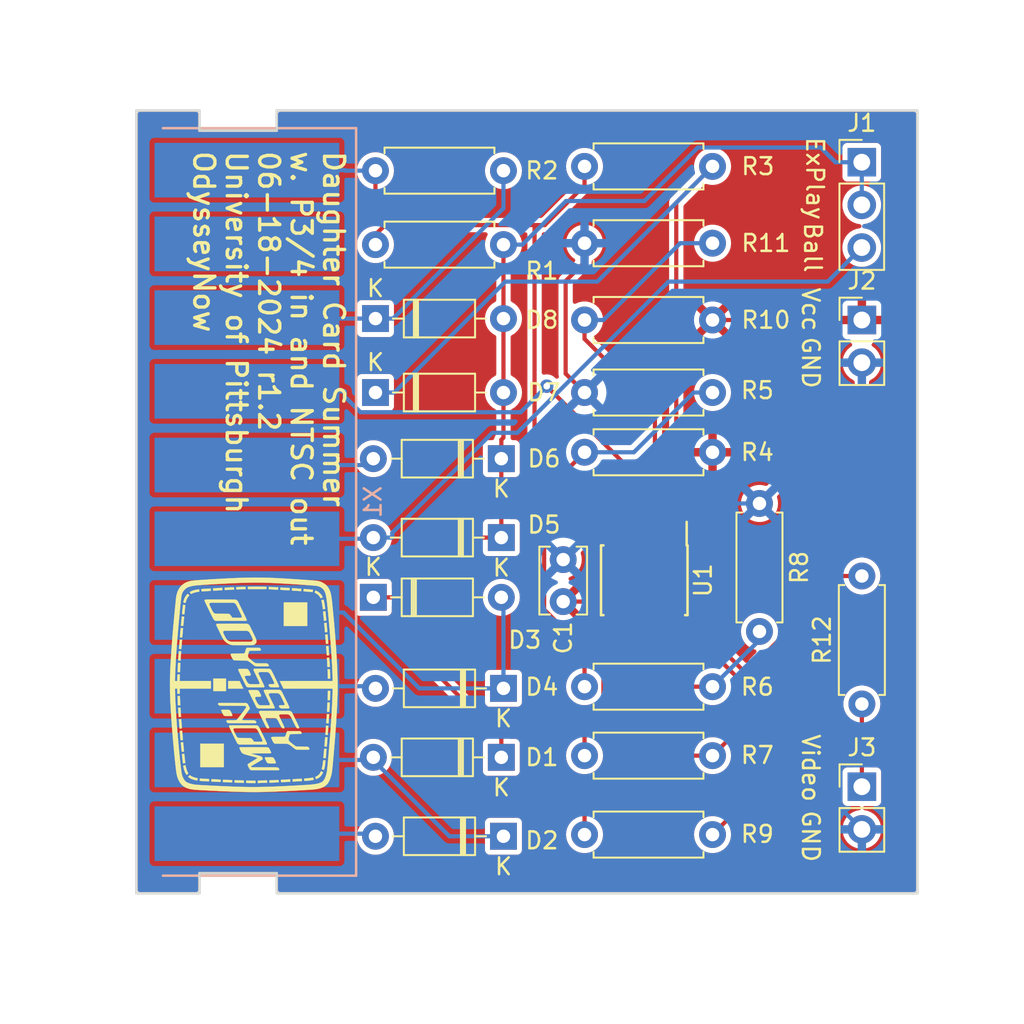
<source format=kicad_pcb>
(kicad_pcb (version 20240108) (generator "pcbnew") (generator_version "8.0")
  (title_block (title "Odyssey Daughter Card Summer") (date "2024-06-18") (rev "1.2") (company "University of Pittsburgh - OdysseyNow") (comment 1 "Levi Burner"))
  (layers (0 "F.Cu" signal) (31 "B.Cu" signal) (34 "B.Paste" user) (35 "F.Paste" user) (36 "B.SilkS" user "B.Silkscreen") (37 "F.SilkS" user "F.Silkscreen") (38 "B.Mask" user) (39 "F.Mask" user) (44 "Edge.Cuts" user))
  (net 0 "")
  (net 1 "Net-(D1-K)")
  (net 2 "/Card1")
  (net 3 "/Card2")
  (net 4 "/Card3")
  (net 5 "/Card4")
  (net 6 "/Card7")
  (net 7 "/Card8")
  (net 8 "/Card10")
  (net 9 "/Card5")
  (net 10 "/Card6")
  (net 11 "VCC")
  (net 12 "GND")
  (net 13 "Net-(D7-K)")
  (net 14 "Net-(J3-In)")
  (net 15 "Net-(R4-Pad1)")
  (net 16 "Net-(U1B-+)")
  (net 17 "Net-(U1B--)")
  (net 18 "Net-(R12-Pad2)")
  (net 19 "Net-(U1A--)")
  (net 20 "/Card9")
  (footprint "Odyssey_Daughter_Card:Odyssey_Daughter_Card" (layer "F.Cu") (at 129 101)
    (property "Reference" "X1" (at 7.5 0 90) (layer "B.SilkS") (effects (justify mirror)))
    (property "Value" "OdysseyDaughterCard")
    (pad "1" smd rect (at 0 19.749992) (size 11 3.25) (layers "B.Cu" "B.Mask") (net 2 "/Card1"))
    (pad "2" smd rect (at 0 15.361104) (size 11 3.25) (layers "B.Cu" "B.Mask") (net 3 "/Card2"))
    (pad "3" smd rect (at 0 10.972216) (size 11 3.25) (layers "B.Cu" "B.Mask") (net 4 "/Card3"))
    (pad "4" smd rect (at 0 6.583328) (size 11 3.25) (layers "B.Cu" "B.Mask") (net 5 "/Card4"))
    (pad "5" smd rect (at 0 2.19444) (size 11 3.25) (layers "B.Cu" "B.Mask") (net 9 "/Card5"))
    (pad "6" smd rect (at 0 -2.194448) (size 11 3.25) (layers "B.Cu" "B.Mask") (net 10 "/Card6"))
    (pad "7" smd rect (at 0 -6.583336) (size 11 3.25) (layers "B.Cu" "B.Mask") (net 6 "/Card7"))
    (pad "8" smd rect (at 0 -10.972224) (size 11 3.25) (layers "B.Cu" "B.Mask") (net 7 "/Card8"))
    (pad "9" smd rect (at 0 -15.361112) (size 11 3.25) (layers "B.Cu" "B.Mask") (net 20 "/Card9"))
    (pad "10" smd rect (at 0 -19.75) (size 11 3.25) (layers "B.Cu" "B.Mask") (net 8 "/Card10"))
  )
  (footprint "Diode_THT:D_DO-35_SOD27_P7.62mm_Horizontal" (layer "F.Cu") (at 144.145 116.205 180)
    (property "Reference" "D1" (at -2.413 0 180) (layer "F.SilkS"))
    (property "Value" "1N4448")
    (fp_text user "K" (at 0 -1.8 180) (layer "F.SilkS"))
    (pad "1" thru_hole rect (at 0 0 180) (size 1.6 1.6) (drill 0.8) (layers "*.Cu" "*.Mask") (net 1 "Net-(D1-K)"))
    (pad "2" thru_hole oval (at 7.62 0 180) (size 1.6 1.6) (drill 0.8) (layers "*.Cu" "*.Mask") (net 3 "/Card2"))
  )
  (footprint "Diode_THT:D_DO-35_SOD27_P7.62mm_Horizontal" (layer "F.Cu") (at 144.272 120.904 180)
    (property "Reference" "D2" (at -2.286 -0.254006 180) (layer "F.SilkS"))
    (property "Value" "BAT83S")
    (fp_text user "K" (at 0 -1.8 180) (layer "F.SilkS"))
    (pad "1" thru_hole rect (at 0 0 180) (size 1.6 1.6) (drill 0.8) (layers "*.Cu" "*.Mask") (net 3 "/Card2"))
    (pad "2" thru_hole oval (at 7.62 0 180) (size 1.6 1.6) (drill 0.8) (layers "*.Cu" "*.Mask") (net 2 "/Card1"))
  )
  (footprint "Diode_THT:D_DO-35_SOD27_P7.62mm_Horizontal" (layer "F.Cu") (at 136.525 106.68)
    (property "Reference" "D3" (at 9.017 2.54 0) (layer "F.SilkS"))
    (property "Value" "1N4448")
    (fp_text user "K" (at 0 -1.8 0) (layer "F.SilkS"))
    (pad "1" thru_hole rect (at 0 0) (size 1.6 1.6) (drill 0.8) (layers "*.Cu" "*.Mask") (net 1 "Net-(D1-K)"))
    (pad "2" thru_hole oval (at 7.62 0) (size 1.6 1.6) (drill 0.8) (layers "*.Cu" "*.Mask") (net 5 "/Card4"))
  )
  (footprint "Diode_THT:D_DO-35_SOD27_P7.62mm_Horizontal" (layer "F.Cu") (at 144.272 112.099 180)
    (property "Reference" "D4" (at -2.286 0.084662 180) (layer "F.SilkS"))
    (property "Value" "BAT83S")
    (fp_text user "K" (at 0 -1.8 180) (layer "F.SilkS"))
    (pad "1" thru_hole rect (at 0 0 180) (size 1.6 1.6) (drill 0.8) (layers "*.Cu" "*.Mask") (net 5 "/Card4"))
    (pad "2" thru_hole oval (at 7.62 0 180) (size 1.6 1.6) (drill 0.8) (layers "*.Cu" "*.Mask") (net 4 "/Card3"))
  )
  (footprint "Diode_THT:D_DO-35_SOD27_P7.62mm_Horizontal" (layer "F.Cu") (at 144.145 103.124 180)
    (property "Reference" "D5" (at -2.54 0.762 180) (layer "F.SilkS"))
    (property "Value" "1N4448")
    (fp_text user "K" (at 0 -1.8 180) (layer "F.SilkS"))
    (pad "1" thru_hole rect (at 0 0 180) (size 1.6 1.6) (drill 0.8) (layers "*.Cu" "*.Mask") (net 1 "Net-(D1-K)"))
    (pad "2" thru_hole oval (at 7.62 0 180) (size 1.6 1.6) (drill 0.8) (layers "*.Cu" "*.Mask") (net 9 "/Card5"))
  )
  (footprint "Diode_THT:D_DO-35_SOD27_P7.62mm_Horizontal" (layer "F.Cu") (at 144.145 98.425 180)
    (property "Reference" "D6" (at -2.54 0 180) (layer "F.SilkS"))
    (property "Value" "1N4448")
    (fp_text user "K" (at 0 -1.8 180) (layer "F.SilkS"))
    (pad "1" thru_hole rect (at 0 0 180) (size 1.6 1.6) (drill 0.8) (layers "*.Cu" "*.Mask") (net 1 "Net-(D1-K)"))
    (pad "2" thru_hole oval (at 7.62 0 180) (size 1.6 1.6) (drill 0.8) (layers "*.Cu" "*.Mask") (net 10 "/Card6"))
  )
  (footprint "Diode_THT:D_DO-35_SOD27_P7.62mm_Horizontal" (layer "F.Cu") (at 136.652 94.488)
    (property "Reference" "D7" (at 10.033 0.000002 0) (layer "F.SilkS"))
    (property "Value" "1N4448")
    (fp_text user "K" (at 0 -1.8 0) (layer "F.SilkS"))
    (pad "1" thru_hole rect (at 0 0) (size 1.6 1.6) (drill 0.8) (layers "*.Cu" "*.Mask") (net 13 "Net-(D7-K)"))
    (pad "2" thru_hole oval (at 7.62 0) (size 1.6 1.6) (drill 0.8) (layers "*.Cu" "*.Mask") (net 1 "Net-(D1-K)"))
  )
  (footprint "Diode_THT:D_DO-35_SOD27_P7.62mm_Horizontal" (layer "F.Cu") (at 136.652 90.0853)
    (property "Reference" "D8" (at 9.906 0.084668 0) (layer "F.SilkS"))
    (property "Value" "1N4448")
    (fp_text user "K" (at 0 -1.8 0) (layer "F.SilkS"))
    (pad "1" thru_hole rect (at 0 0) (size 1.6 1.6) (drill 0.8) (layers "*.Cu" "*.Mask") (net 7 "/Card8"))
    (pad "2" thru_hole oval (at 7.62 0) (size 1.6 1.6) (drill 0.8) (layers "*.Cu" "*.Mask") (net 1 "Net-(D1-K)"))
  )
  (footprint "Resistor_THT:R_Axial_DIN0207_L6.3mm_D2.5mm_P7.62mm_Horizontal" (layer "F.Cu") (at 136.652 85.6827)
    (property "Reference" "R1" (at 9.906 1.566334 0) (layer "F.SilkS"))
    (property "Value" "820")
    (pad "1" thru_hole circle (at 0 0) (size 1.6 1.6) (drill 0.8) (layers "*.Cu" "*.Mask") (net 8 "/Card10"))
    (pad "2" thru_hole oval (at 7.62 0) (size 1.6 1.6) (drill 0.8) (layers "*.Cu" "*.Mask") (net 1 "Net-(D1-K)"))
  )
  (footprint "Resistor_THT:R_Axial_DIN0207_L6.3mm_D2.5mm_P7.62mm_Horizontal" (layer "F.Cu") (at 144.272 81.28 180)
    (property "Reference" "R2" (at -2.286 0 180) (layer "F.SilkS"))
    (property "Value" "27k")
    (pad "1" thru_hole circle (at 0 0 180) (size 1.6 1.6) (drill 0.8) (layers "*.Cu" "*.Mask") (net 7 "/Card8"))
    (pad "2" thru_hole oval (at 7.62 0 180) (size 1.6 1.6) (drill 0.8) (layers "*.Cu" "*.Mask") (net 8 "/Card10"))
  )
  (footprint "Resistor_THT:R_Axial_DIN0207_L6.3mm_D2.5mm_P7.62mm_Horizontal" (layer "F.Cu") (at 156.718 81.026 180)
    (property "Reference" "R3" (at -2.698809 0 180) (layer "F.SilkS"))
    (property "Value" "18k")
    (pad "1" thru_hole circle (at 0 0 180) (size 1.6 1.6) (drill 0.8) (layers "*.Cu" "*.Mask") (net 13 "Net-(D7-K)"))
    (pad "2" thru_hole oval (at 7.62 0 180) (size 1.6 1.6) (drill 0.8) (layers "*.Cu" "*.Mask") (net 8 "/Card10"))
  )
  (footprint "Capacitor_THT:C_Disc_D3.8mm_W2.6mm_P2.50mm" (layer "F.Cu") (at 147.828 106.934 90)
    (property "Reference" "C1" (at -2.159 0 90) (layer "F.SilkS"))
    (property "Value" "0.1u")
    (pad "1" thru_hole circle (at 0 0 90) (size 1.6 1.6) (drill 0.8) (layers "*.Cu" "*.Mask") (net 11 "VCC"))
    (pad "2" thru_hole circle (at 2.5 0 90) (size 1.6 1.6) (drill 0.8) (layers "*.Cu" "*.Mask") (net 12 "GND"))
  )
  (footprint "Connector_PinHeader_2.54mm:PinHeader_1x02_P2.54mm_Vertical" (layer "F.Cu") (at 165.608 90.17)
    (property "Reference" "J2" (at 0 -2.33 0) (layer "F.SilkS"))
    (property "Value" "Conn_01x02")
    (pad "1" thru_hole rect (at 0 0) (size 1.7 1.7) (drill 1) (layers "*.Cu" "*.Mask") (net 11 "VCC"))
    (pad "2" thru_hole oval (at 0 2.54) (size 1.7 1.7) (drill 1) (layers "*.Cu" "*.Mask") (net 12 "GND"))
  )
  (footprint "Resistor_THT:R_Axial_DIN0207_L6.3mm_D2.5mm_P7.62mm_Horizontal" (layer "F.Cu") (at 149.098 98.044)
    (property "Reference" "R4" (at 10.287 0 0) (layer "F.SilkS"))
    (property "Value" "4.7k")
    (pad "1" thru_hole circle (at 0 0) (size 1.6 1.6) (drill 0.8) (layers "*.Cu" "*.Mask") (net 15 "Net-(R4-Pad1)"))
    (pad "2" thru_hole oval (at 7.62 0) (size 1.6 1.6) (drill 0.8) (layers "*.Cu" "*.Mask") (net 11 "VCC"))
  )
  (footprint "Resistor_THT:R_Axial_DIN0207_L6.3mm_D2.5mm_P7.62mm_Horizontal" (layer "F.Cu") (at 149.098 94.488)
    (property "Reference" "R5" (at 10.287 -0.127 0) (layer "F.SilkS"))
    (property "Value" "820")
    (pad "1" thru_hole circle (at 0 0) (size 1.6 1.6) (drill 0.8) (layers "*.Cu" "*.Mask") (net 12 "GND"))
    (pad "2" thru_hole oval (at 7.62 0) (size 1.6 1.6) (drill 0.8) (layers "*.Cu" "*.Mask") (net 15 "Net-(R4-Pad1)"))
  )
  (footprint "Resistor_THT:R_Axial_DIN0207_L6.3mm_D2.5mm_P7.62mm_Horizontal" (layer "F.Cu") (at 156.718 111.999 180)
    (property "Reference" "R6" (at -2.667 -0.015 180) (layer "F.SilkS"))
    (property "Value" "33k")
    (pad "1" thru_hole circle (at 0 0 180) (size 1.6 1.6) (drill 0.8) (layers "*.Cu" "*.Mask") (net 16 "Net-(U1B-+)"))
    (pad "2" thru_hole oval (at 7.62 0 180) (size 1.6 1.6) (drill 0.8) (layers "*.Cu" "*.Mask") (net 8 "/Card10"))
  )
  (footprint "Resistor_THT:R_Axial_DIN0207_L6.3mm_D2.5mm_P7.62mm_Horizontal" (layer "F.Cu") (at 156.718 116.105 180)
    (property "Reference" "R7" (at -2.667 0.027 180) (layer "F.SilkS"))
    (property "Value" "33k")
    (pad "1" thru_hole circle (at 0 0 180) (size 1.6 1.6) (drill 0.8) (layers "*.Cu" "*.Mask") (net 17 "Net-(U1B--)"))
    (pad "2" thru_hole oval (at 7.62 0 180) (size 1.6 1.6) (drill 0.8) (layers "*.Cu" "*.Mask") (net 15 "Net-(R4-Pad1)"))
  )
  (footprint "Resistor_THT:R_Axial_DIN0207_L6.3mm_D2.5mm_P7.62mm_Horizontal" (layer "F.Cu") (at 159.512 101.092 -90)
    (property "Reference" "R8" (at 3.81 -2.37 -90) (layer "F.SilkS"))
    (property "Value" "100k")
    (pad "1" thru_hole circle (at 0 0 270) (size 1.6 1.6) (drill 0.8) (layers "*.Cu" "*.Mask") (net 12 "GND"))
    (pad "2" thru_hole oval (at 7.62 0 270) (size 1.6 1.6) (drill 0.8) (layers "*.Cu" "*.Mask") (net 16 "Net-(U1B-+)"))
  )
  (footprint "Resistor_THT:R_Axial_DIN0207_L6.3mm_D2.5mm_P7.62mm_Horizontal" (layer "F.Cu") (at 156.718 120.804 180)
    (property "Reference" "R9" (at -2.667 0.027 180) (layer "F.SilkS"))
    (property "Value" "100k")
    (pad "1" thru_hole circle (at 0 0 180) (size 1.6 1.6) (drill 0.8) (layers "*.Cu" "*.Mask") (net 18 "Net-(R12-Pad2)"))
    (pad "2" thru_hole oval (at 7.62 0 180) (size 1.6 1.6) (drill 0.8) (layers "*.Cu" "*.Mask") (net 17 "Net-(U1B--)"))
  )
  (footprint "Resistor_THT:R_Axial_DIN0207_L6.3mm_D2.5mm_P7.62mm_Horizontal" (layer "F.Cu") (at 156.718 90.17 180)
    (property "Reference" "R10" (at -3.175 0 180) (layer "F.SilkS"))
    (property "Value" "4.7k")
    (pad "1" thru_hole circle (at 0 0 180) (size 1.6 1.6) (drill 0.8) (layers "*.Cu" "*.Mask") (net 11 "VCC"))
    (pad "2" thru_hole oval (at 7.62 0 180) (size 1.6 1.6) (drill 0.8) (layers "*.Cu" "*.Mask") (net 19 "Net-(U1A--)"))
  )
  (footprint "Resistor_THT:R_Axial_DIN0207_L6.3mm_D2.5mm_P7.62mm_Horizontal" (layer "F.Cu") (at 156.718 85.598 180)
    (property "Reference" "R11" (at -3.175 0 180) (layer "F.SilkS"))
    (property "Value" "1k")
    (pad "1" thru_hole circle (at 0 0 180) (size 1.6 1.6) (drill 0.8) (layers "*.Cu" "*.Mask") (net 19 "Net-(U1A--)"))
    (pad "2" thru_hole oval (at 7.62 0 180) (size 1.6 1.6) (drill 0.8) (layers "*.Cu" "*.Mask") (net 12 "GND"))
  )
  (footprint "Resistor_THT:R_Axial_DIN0207_L6.3mm_D2.5mm_P7.62mm_Horizontal" (layer "F.Cu") (at 165.608 113.03 90)
    (property "Reference" "R12" (at 3.81 -2.37 90) (layer "F.SilkS"))
    (property "Value" "75")
    (pad "1" thru_hole circle (at 0 0 90) (size 1.6 1.6) (drill 0.8) (layers "*.Cu" "*.Mask") (net 14 "Net-(J3-In)"))
    (pad "2" thru_hole oval (at 7.62 0 90) (size 1.6 1.6) (drill 0.8) (layers "*.Cu" "*.Mask") (net 18 "Net-(R12-Pad2)"))
  )
  (footprint "Package_SO:SOIC-8_3.9x4.9mm_P1.27mm" (layer "F.Cu") (at 152.654 105.664 -90)
    (property "Reference" "U1" (at 0 -3.5 -90) (layer "F.SilkS"))
    (property "Value" "TLV3542")
    (pad "1" smd rect (at -2.7 -1.905 270) (size 1.55 0.6) (layers "F.Cu" "F.Paste" "F.Mask") (net 13 "Net-(D7-K)"))
    (pad "2" smd rect (at -2.7 -0.635 270) (size 1.55 0.6) (layers "F.Cu" "F.Paste" "F.Mask") (net 19 "Net-(U1A--)"))
    (pad "3" smd rect (at -2.7 0.635 270) (size 1.55 0.6) (layers "F.Cu" "F.Paste" "F.Mask") (net 6 "/Card7"))
    (pad "4" smd rect (at -2.7 1.905 270) (size 1.55 0.6) (layers "F.Cu" "F.Paste" "F.Mask") (net 12 "GND"))
    (pad "5" smd rect (at 2.7 1.905 270) (size 1.55 0.6) (layers "F.Cu" "F.Paste" "F.Mask") (net 16 "Net-(U1B-+)"))
    (pad "6" smd rect (at 2.7 0.635 270) (size 1.55 0.6) (layers "F.Cu" "F.Paste" "F.Mask") (net 17 "Net-(U1B--)"))
    (pad "7" smd rect (at 2.7 -0.635 270) (size 1.55 0.6) (layers "F.Cu" "F.Paste" "F.Mask") (net 18 "Net-(R12-Pad2)"))
    (pad "8" smd rect (at 2.7 -1.905 270) (size 1.55 0.6) (layers "F.Cu" "F.Paste" "F.Mask") (net 11 "VCC"))
  )
  (footprint "Connector_PinHeader_2.54mm:PinHeader_1x02_P2.54mm_Vertical" (layer "F.Cu") (at 165.608 117.954)
    (property "Reference" "J3" (at 0 -2.33 0) (layer "F.SilkS"))
    (property "Value" "Conn_Coaxial")
    (pad "1" thru_hole rect (at 0 0) (size 1.7 1.7) (drill 1) (layers "*.Cu" "*.Mask") (net 14 "Net-(J3-In)"))
    (pad "2" thru_hole oval (at 0 2.54) (size 1.7 1.7) (drill 1) (layers "*.Cu" "*.Mask") (net 12 "GND"))
  )
  (footprint "Connector_PinHeader_2.54mm:PinHeader_1x03_P2.54mm_Vertical" (layer "F.Cu") (at 165.60292 80.77708)
    (property "Reference" "J1" (at 0 -2.33 0) (layer "F.SilkS"))
    (property "Value" "Conn_01x03")
    (pad "1" thru_hole rect (at 0 0) (size 1.7 1.7) (drill 1) (layers "*.Cu" "*.Mask") (net 1 "Net-(D1-K)"))
    (pad "2" thru_hole oval (at 0 2.54) (size 1.7 1.7) (drill 1) (layers "*.Cu" "*.Mask") (net 1 "Net-(D1-K)"))
    (pad "3" thru_hole oval (at 0 5.08) (size 1.7 1.7) (drill 1) (layers "*.Cu" "*.Mask") (net 9 "/Card5"))
  )
  (footprint "Odyssey_Daughter_Card:OdysseyNowLogo" (layer "F.Cu") (at 130.175 111.633 -90)
    (property "Reference" "X2" (hide yes))
    (property "Value" "OdysseyNow_Logo" (hide yes))
  )
  (gr_line (start 126.175 78.9) (end 126.175 77.7) (stroke (width 0.15)) (layer "Edge.Cuts"))
  (gr_line (start 126.175 124.3) (end 126.175 123.1) (stroke (width 0.15)) (layer "Edge.Cuts"))
  (gr_line (start 130.775 124.3) (end 168.91 124.3) (stroke (width 0.15)) (layer "Edge.Cuts"))
  (gr_line (start 168.91 77.7) (end 130.775 77.7) (stroke (width 0.15)) (layer "Edge.Cuts"))
  (gr_line (start 122.425 124.3) (end 122.425 77.7) (stroke (width 0.15)) (layer "Edge.Cuts"))
  (gr_line (start 130.775 77.7) (end 130.775 78.9) (stroke (width 0.15)) (layer "Edge.Cuts"))
  (gr_line (start 126.175 123.1) (end 130.775 123.1) (stroke (width 0.15)) (layer "Edge.Cuts"))
  (gr_line (start 126.175 77.7) (end 122.425 77.7) (stroke (width 0.15)) (layer "Edge.Cuts"))
  (gr_line (start 130.775 123.1) (end 130.775 124.3) (stroke (width 0.15)) (layer "Edge.Cuts"))
  (gr_line (start 168.91 77.7) (end 168.91 124.3) (stroke (width 0.15)) (layer "Edge.Cuts"))
  (gr_line (start 130.775 78.9) (end 126.175 78.9) (stroke (width 0.15)) (layer "Edge.Cuts"))
  (gr_line (start 122.425 124.3) (end 126.175 124.3) (stroke (width 0.15)) (layer "Edge.Cuts"))
  (gr_text "Ball" (at 162.687 85.85708 270) (layer "F.SilkS") (effects (font (size 1 1))))
  (gr_text "GND" (at 162.56 92.71 270) (layer "F.SilkS") (effects (font (size 1 1))))
  (gr_text "GND" (at 162.56 120.904 270) (layer "F.SilkS") (effects (font (size 1 1))))
  (gr_text "Video" (at 162.56 116.84 270) (layer "F.SilkS") (effects (font (size 1 1))))
  (gr_text "ExPlay" (at 162.814 81.74736 270) (layer "F.SilkS") (effects (font (size 1 1))))
  (gr_text "Daughter Card Summer\nw. P3/4 in and NTSC out\n06-18-2024 r1.2\nUniversity of Pittsburgh\nOdysseyNow" (at 130.302 80.01 270) (layer "F.SilkS") (effects (font (size 1.2 1.2) (thickness 0.2)) (justify left)))
  (gr_text "Vcc" (at 162.56 89.535 270) (layer "F.SilkS") (effects (font (size 1 1))))
  (segment (start 139.4283 106.68) (end 137.6503 106.68) (width 0.25) (layer "F.Cu") (net 1))
  (segment (start 139.4283 110.363) (end 144.145 115.0797) (width 0.25) (layer "F.Cu") (net 1))
  (segment (start 136.525 106.68) (end 137.6503 106.68) (width 0.25) (layer "F.Cu") (net 1))
  (segment (start 144.145 98.425) (end 144.145 103.124) (width 0.25) (layer "F.Cu") (net 1))
  (segment (start 144.272 85.6827) (end 144.272 90.0853) (width 0.25) (layer "F.Cu") (net 1))
  (segment (start 144.145 98.425) (end 144.145 97.2997) (width 0.25) (layer "F.Cu") (net 1))
  (segment (start 139.4283 106.68) (end 139.4283 110.363) (width 0.25) (layer "F.Cu") (net 1))
  (segment (start 144.145 116.205) (end 144.145 115.0797) (width 0.25) (layer "F.Cu") (net 1))
  (segment (start 144.145 103.124) (end 142.9843 103.124) (width 0.25) (layer "F.Cu") (net 1))
  (segment (start 142.9843 103.124) (end 139.4283 106.68) (width 0.25) (layer "F.Cu") (net 1))
  (segment (start 144.272 97.1727) (end 144.145 97.2997) (width 0.25) (layer "F.Cu") (net 1))
  (segment (start 144.272 94.488) (end 144.272 97.1727) (width 0.25) (layer "F.Cu") (net 1))
  (segment (start 144.272 94.488) (end 144.272 90.0853) (width 0.25) (layer "F.Cu") (net 1))
  (segment (start 163.1567 79.9) (end 164.03378 80.77708) (width 0.25) (layer "B.Cu") (net 1))
  (segment (start 155.8468 79.9) (end 163.1567 79.9) (width 0.25) (layer "B.Cu") (net 1))
  (segment (start 145.3973 85.6827) (end 147.9933 83.0867) (width 0.25) (layer "B.Cu") (net 1))
  (segment (start 144.272 85.6827) (end 145.3973 85.6827) (width 0.25) (layer "B.Cu") (net 1))
  (segment (start 165.60292 80.77708) (end 165.60292 81.87708) (width 0.25) (layer "B.Cu") (net 1))
  (segment (start 165.60292 81.87708) (end 165.60292 83.31708) (width 0.25) (layer "B.Cu") (net 1))
  (segment (start 164.03378 80.77708) (end 165.60292 80.77708) (width 0.25) (layer "B.Cu") (net 1))
  (segment (start 147.9933 83.0867) (end 152.6601 83.0867) (width 0.25) (layer "B.Cu") (net 1))
  (segment (start 152.6601 83.0867) (end 155.8468 79.9) (width 0.25) (layer "B.Cu") (net 1))
  (segment (start 129 120.75) (end 136.498 120.75) (width 0.25) (layer "B.Cu") (net 2))
  (segment (start 136.498 120.75) (end 136.652 120.904) (width 0.25) (layer "B.Cu") (net 2))
  (segment (start 141.055 120.904) (end 144.272 120.904) (width 0.25) (layer "B.Cu") (net 3))
  (segment (start 129.0001 116.361) (end 129 116.3611) (width 0.25) (layer "B.Cu") (net 3))
  (segment (start 136.512 116.361) (end 141.055 120.904) (width 0.25) (layer "B.Cu") (net 3))
  (segment (start 129 116.361) (end 129.0001 116.361) (width 0.25) (layer "B.Cu") (net 3))
  (segment (start 136.525 116.205) (end 136.512 116.218) (width 0.25) (layer "B.Cu") (net 3))
  (segment (start 129.0001 116.361) (end 136.512 116.361) (width 0.25) (layer "B.Cu") (net 3))
  (segment (start 136.512 116.218) (end 136.512 116.361) (width 0.25) (layer "B.Cu") (net 3))
  (segment (start 129 111.972) (end 129.0002 111.972) (width 0.25) (layer "B.Cu") (net 4))
  (segment (start 129.0002 111.972) (end 129 111.9722) (width 0.25) (layer "B.Cu") (net 4))
  (segment (start 129.0002 111.972) (end 136.526 111.972) (width 0.25) (layer "B.Cu") (net 4))
  (segment (start 136.526 111.972) (end 136.652 112.099) (width 0.25) (layer "B.Cu") (net 4))
  (segment (start 144.272 112.099) (end 144.272 106.807) (width 0.25) (layer "B.Cu") (net 5))
  (segment (start 129.0003 107.583) (end 129 107.5833) (width 0.25) (layer "B.Cu") (net 5))
  (segment (start 134.75 107.583) (end 129.0003 107.583) (width 0.25) (layer "B.Cu") (net 5))
  (segment (start 139.265 112.099) (end 134.75 107.583) (width 0.25) (layer "B.Cu") (net 5))
  (segment (start 144.272 112.099) (end 139.265 112.099) (width 0.25) (layer "B.Cu") (net 5))
  (segment (start 144.272 106.807) (end 144.145 106.68) (width 0.25) (layer "B.Cu") (net 5))
  (segment (start 129.0003 107.583) (end 129 107.583) (width 0.25) (layer "B.Cu") (net 5))
  (segment (start 152.019 102.964) (end 152.019 99.281) (width 0.25) (layer "F.Cu") (net 6))
  (segment (start 152.019 99.281) (end 146.8482 94.1102) (width 0.25) (layer "F.Cu") (net 6))
  (via (at 146.8482 94.1102) (size 0.8) (drill 0.4) (layers "F.Cu" "B.Cu") (net 6))
  (segment (start 134.8253 94.7275) (end 134.8253 94.4167) (width 0.25) (layer "B.Cu") (net 6))
  (segment (start 135.7572 95.6594) (end 134.8253 94.7275) (width 0.25) (layer "B.Cu") (net 6))
  (segment (start 146.8482 94.1102) (end 145.299 95.6594) (width 0.25) (layer "B.Cu") (net 6))
  (segment (start 145.299 95.6594) (end 135.7572 95.6594) (width 0.25) (layer "B.Cu") (net 6))
  (segment (start 129 94.4167) (end 134.8253 94.4167) (width 0.25) (layer "B.Cu") (net 6))
  (segment (start 136.652 90.0853) (end 129.058 90.0853) (width 0.25) (layer "B.Cu") (net 7))
  (segment (start 129.058 90.0853) (end 129 90.0278) (width 0.25) (layer "B.Cu") (net 7))
  (segment (start 144.272 83.5153) (end 137.702 90.0853) (width 0.25) (layer "B.Cu") (net 7))
  (segment (start 137.702 90.0853) (end 136.652 90.0853) (width 0.25) (layer "B.Cu") (net 7))
  (segment (start 144.272 81.28) (end 144.272 83.5153) (width 0.25) (layer "B.Cu") (net 7))
  (segment (start 137.3516 84.5196) (end 137.8151 84.5196) (width 0.25) (layer "F.Cu") (net 8))
  (segment (start 146.1229 107.8986) (end 149.098 110.8737) (width 0.25) (layer "F.Cu") (net 8))
  (segment (start 136.652 85.09) (end 136.652 85.6827) (width 0.25) (layer "F.Cu") (net 8))
  (segment (start 146.1229 84.5196) (end 137.8151 84.5196) (width 0.25) (layer "F.Cu") (net 8))
  (segment (start 137.2224 84.5196) (end 136.652 85.09) (width 0.25) (layer "F.Cu") (net 8))
  (segment (start 146.1229 84.5196) (end 146.1229 107.8986) (width 0.25) (layer "F.Cu") (net 8))
  (segment (start 136.652 83.82) (end 137.3516 84.5196) (width 0.25) (layer "F.Cu") (net 8))
  (segment (start 149.098 81.026) (end 149.098 82.1513) (width 0.25) (layer "F.Cu") (net 8))
  (segment (start 146.7297 84.5196) (end 146.1229 84.5196) (width 0.25) (layer "F.Cu") (net 8))
  (segment (start 137.8151 84.5196) (end 137.2224 84.5196) (width 0.25) (layer "F.Cu") (net 8))
  (segment (start 149.098 111.999) (end 149.098 110.8737) (width 0.25) (layer "F.Cu") (net 8))
  (segment (start 149.098 82.1513) (end 146.7297 84.5196) (width 0.25) (layer "F.Cu") (net 8))
  (segment (start 136.652 81.28) (end 136.652 83.82) (width 0.25) (layer "F.Cu") (net 8))
  (segment (start 134.8553 81.28) (end 134.8253 81.25) (width 0.25) (layer "B.Cu") (net 8))
  (segment (start 136.652 81.28) (end 134.8553 81.28) (width 0.25) (layer "B.Cu") (net 8))
  (segment (start 129 81.25) (end 134.8253 81.25) (width 0.25) (layer "B.Cu") (net 8))
  (segment (start 137.6503 102.8427) (end 143.6074 96.8856) (width 0.25) (layer "B.Cu") (net 9))
  (segment (start 136.553 103.194) (end 136.525 103.166) (width 0.25) (layer "B.Cu") (net 9))
  (segment (start 145.0986 96.8856) (end 154.1002 87.884) (width 0.25) (layer "B.Cu") (net 9))
  (segment (start 129.0004 103.194) (end 129 103.1944) (width 0.25) (layer "B.Cu") (net 9))
  (segment (start 136.525 103.124) (end 137.6503 103.124) (width 0.25) (layer "B.Cu") (net 9))
  (segment (start 136.525 103.166) (end 136.525 103.124) (width 0.25) (layer "B.Cu") (net 9))
  (segment (start 136.553 103.194) (end 136.652 103.293) (width 0.25) (layer "B.Cu") (net 9))
  (segment (start 129 103.194) (end 129.0004 103.194) (width 0.25) (layer "B.Cu") (net 9))
  (segment (start 154.1002 87.884) (end 163.576 87.884) (width 0.25) (layer "B.Cu") (net 9))
  (segment (start 143.6074 96.8856) (end 145.0986 96.8856) (width 0.25) (layer "B.Cu") (net 9))
  (segment (start 129.0004 103.194) (end 136.553 103.194) (width 0.25) (layer "B.Cu") (net 9))
  (segment (start 163.576 87.884) (end 165.60292 85.85708) (width 0.25) (layer "B.Cu") (net 9))
  (segment (start 137.6503 103.124) (end 137.6503 102.8427) (width 0.25) (layer "B.Cu") (net 9))
  (segment (start 129 98.8056) (end 129.0001 98.8056) (width 0.25) (layer "B.Cu") (net 10))
  (segment (start 136.5252 98.8056) (end 136.567 98.8056) (width 0.25) (layer "B.Cu") (net 10))
  (segment (start 136.525 98.425) (end 136.5252 98.4252) (width 0.25) (layer "B.Cu") (net 10))
  (segment (start 136.567 98.8056) (end 136.652 98.8907) (width 0.25) (layer "B.Cu") (net 10))
  (segment (start 136.5252 98.4252) (end 136.5252 98.8056) (width 0.25) (layer "B.Cu") (net 10))
  (segment (start 129.0001 98.8056) (end 129 98.8055) (width 0.25) (layer "B.Cu") (net 10))
  (segment (start 129.0001 98.8056) (end 136.5252 98.8056) (width 0.25) (layer "B.Cu") (net 10))
  (segment (start 157.8615 90.17) (end 158.496 90.17) (width 0.25) (layer "F.Cu") (net 11))
  (segment (start 153.604 106.934) (end 153.8857 107.2157) (width 0.25) (layer "F.Cu") (net 11))
  (segment (start 158.496 95.1407) (end 156.718 96.9187) (width 0.25) (layer "F.Cu") (net 11))
  (segment (start 147.828 106.934) (end 153.604 106.934) (width 0.25) (layer "F.Cu") (net 11))
  (segment (start 156.718 97.4813) (end 156.718 98.044) (width 0.25) (layer "F.Cu") (net 11))
  (segment (start 158.496 90.17) (end 158.496 95.1407) (width 0.25) (layer "F.Cu") (net 11))
  (segment (start 156.718 96.9187) (end 156.718 97.4813) (width 0.25) (layer "F.Cu") (net 11))
  (segment (start 156.718 104.3834) (end 153.8857 107.2157) (width 0.25) (layer "F.Cu") (net 11))
  (segment (start 157.8615 90.17) (end 164.4327 90.17) (width 0.25) (layer "F.Cu") (net 11))
  (segment (start 153.8857 107.2157) (end 154.559 107.889) (width 0.25) (layer "F.Cu") (net 11))
  (segment (start 165.608 90.17) (end 164.4327 90.17) (width 0.25) (layer "F.Cu") (net 11))
  (segment (start 156.718 90.17) (end 157.8615 90.17) (width 0.25) (layer "F.Cu") (net 11))
  (segment (start 156.718 98.044) (end 156.718 104.3834) (width 0.25) (layer "F.Cu") (net 11))
  (segment (start 154.559 107.889) (end 154.559 108.364) (width 0.25) (layer "F.Cu") (net 11))
  (segment (start 149.298 102.964) (end 150.749 102.964) (width 0.25) (layer "F.Cu") (net 12))
  (segment (start 147.9727 93.3627) (end 147.9727 87.8486) (width 0.25) (layer "F.Cu") (net 12))
  (segment (start 149.098 85.598) (end 149.098 86.7233) (width 0.25) (layer "F.Cu") (net 12))
  (segment (start 159.512 101.092) (end 165.608 94.996) (width 0.25) (layer "F.Cu") (net 12))
  (segment (start 147.828 104.434) (end 149.298 102.964) (width 0.25) (layer "F.Cu") (net 12))
  (segment (start 147.9727 87.8486) (end 149.098 86.7233) (width 0.25) (layer "F.Cu") (net 12))
  (segment (start 149.098 94.488) (end 147.9727 93.3627) (width 0.25) (layer "F.Cu") (net 12))
  (segment (start 165.608 94.996) (end 165.608 92.71) (width 0.25) (layer "F.Cu") (net 12))
  (segment (start 162.306 103.886) (end 159.512 101.092) (width 0.25) (layer "B.Cu") (net 12))
  (segment (start 147.066 96.5841) (end 148.0245 95.6256) (width 0.25) (layer "B.Cu") (net 12))
  (segment (start 151.17 101.092) (end 150.845 101.417) (width 0.25) (layer "B.Cu") (net 12))
  (segment (start 147.066 98.806) (end 147.066 96.5841) (width 0.25) (layer "B.Cu") (net 12))
  (segment (start 148.0245 95.5615) (end 149.098 94.488) (width 0.25) (layer "B.Cu") (net 12))
  (segment (start 150.845 101.417) (end 147.828 104.434) (width 0.25) (layer "B.Cu") (net 12))
  (segment (start 148.0245 95.6256) (end 148.0245 95.5615) (width 0.25) (layer "B.Cu") (net 12))
  (segment (start 159.512 101.092) (end 151.17 101.092) (width 0.25) (layer "B.Cu") (net 12))
  (segment (start 150.261 102.001) (end 147.066 98.806) (width 0.25) (layer "B.Cu") (net 12))
  (segment (start 150.845 101.417) (end 150.261 102.001) (width 0.25) (layer "B.Cu") (net 12))
  (segment (start 165.608 120.494) (end 162.306 117.192) (width 0.25) (layer "B.Cu") (net 12))
  (segment (start 162.306 117.192) (end 162.306 103.886) (width 0.25) (layer "B.Cu") (net 12))
  (segment (start 154.559 102.964) (end 154.559 83.185) (width 0.25) (layer "F.Cu") (net 13))
  (segment (start 154.559 83.185) (end 156.718 81.026) (width 0.25) (layer "F.Cu") (net 13))
  (segment (start 136.652 94.488) (end 137.7773 94.488) (width 0.25) (layer "B.Cu") (net 13))
  (segment (start 144.3813 87.884) (end 137.7773 94.488) (width 0.25) (layer "B.Cu") (net 13))
  (segment (start 149.86 87.884) (end 144.3813 87.884) (width 0.25) (layer "B.Cu") (net 13))
  (segment (start 156.718 81.026) (end 149.86 87.884) (width 0.25) (layer "B.Cu") (net 13))
  (segment (start 165.608 113.03) (end 165.608 117.954) (width 0.25) (layer "F.Cu") (net 14))
  (segment (start 149.098 116.105) (end 149.098 114.9797) (width 0.25) (layer "F.Cu") (net 15))
  (segment (start 146.6928 100.4492) (end 146.6928 107.4046) (width 0.25) (layer "F.Cu") (net 15))
  (segment (start 149.098 98.044) (end 146.6928 100.4492) (width 0.25) (layer "F.Cu") (net 15))
  (segment (start 150.2233 110.9351) (end 150.2233 113.8544) (width 0.25) (layer "F.Cu") (net 15))
  (segment (start 150.2233 113.8544) (end 149.098 114.9797) (width 0.25) (layer "F.Cu") (net 15))
  (segment (start 146.6928 107.4046) (end 150.2233 110.9351) (width 0.25) (layer "F.Cu") (net 15))
  (segment (start 152.0367 98.044) (end 155.5927 94.488) (width 0.25) (layer "B.Cu") (net 15))
  (segment (start 156.718 94.488) (end 155.5927 94.488) (width 0.25) (layer "B.Cu") (net 15))
  (segment (start 149.098 98.044) (end 152.0367 98.044) (width 0.25) (layer "B.Cu") (net 15))
  (segment (start 153.2837 111.999) (end 156.718 111.999) (width 0.25) (layer "F.Cu") (net 16))
  (segment (start 150.749 109.4643) (end 153.2837 111.999) (width 0.25) (layer "F.Cu") (net 16))
  (segment (start 150.749 108.364) (end 150.749 109.4643) (width 0.25) (layer "F.Cu") (net 16))
  (segment (start 159.512 109.22) (end 158.8947 109.8373) (width 0.25) (layer "B.Cu") (net 16))
  (segment (start 158.8947 109.8373) (end 158.8797 109.8373) (width 0.25) (layer "B.Cu") (net 16))
  (segment (start 156.718 111.999) (end 158.8797 109.8373) (width 0.25) (layer "B.Cu") (net 16))
  (segment (start 159.512 108.712) (end 159.512 109.22) (width 0.25) (layer "B.Cu") (net 16))
  (segment (start 152.019 108.364) (end 152.019 109.389) (width 0.25) (layer "F.Cu") (net 17))
  (segment (start 158.242 114.581) (end 157.517999 115.305001) (width 0.25) (layer "F.Cu") (net 17))
  (segment (start 158.242 111.506) (end 158.242 114.581) (width 0.25) (layer "F.Cu") (net 17))
  (segment (start 149.098 119.6787) (end 152.6717 116.105) (width 0.25) (layer "F.Cu") (net 17))
  (segment (start 149.098 120.804) (end 149.098 119.6787) (width 0.25) (layer "F.Cu") (net 17))
  (segment (start 157.168011 110.432011) (end 158.242 111.506) (width 0.25) (layer "F.Cu") (net 17))
  (segment (start 152.019 109.389) (end 153.062011 110.432011) (width 0.25) (layer "F.Cu") (net 17))
  (segment (start 157.517999 115.305001) (end 156.718 116.105) (width 0.25) (layer "F.Cu") (net 17))
  (segment (start 153.062011 110.432011) (end 157.168011 110.432011) (width 0.25) (layer "F.Cu") (net 17))
  (segment (start 152.6717 116.105) (end 156.718 116.105) (width 0.25) (layer "F.Cu") (net 17))
  (segment (start 157.48 109.982) (end 154.432 109.982) (width 0.25) (layer "F.Cu") (net 18))
  (segment (start 165.608 105.41) (end 164.4827 105.41) (width 0.25) (layer "F.Cu") (net 18))
  (segment (start 159.258 118.264) (end 156.718 120.804) (width 0.25) (layer "F.Cu") (net 18))
  (segment (start 159.258 110.6347) (end 159.258 111.506) (width 0.25) (layer "F.Cu") (net 18))
  (segment (start 159.258 111.76) (end 159.258 118.264) (width 0.25) (layer "F.Cu") (net 18))
  (segment (start 159.258 111.506) (end 159.258 111.76) (width 0.25) (layer "F.Cu") (net 18))
  (segment (start 154.432 109.982) (end 153.289 108.839) (width 0.25) (layer "F.Cu") (net 18))
  (segment (start 153.289 108.839) (end 153.289 108.364) (width 0.25) (layer "F.Cu") (net 18))
  (segment (start 159.258 111.76) (end 157.48 109.982) (width 0.25) (layer "F.Cu") (net 18))
  (segment (start 164.4827 105.41) (end 159.258 110.6347) (width 0.25) (layer "F.Cu") (net 18))
  (segment (start 153.289 102.964) (end 153.289 95.4863) (width 0.25) (layer "F.Cu") (net 19))
  (segment (start 149.098 90.17) (end 149.098 91.2953) (width 0.25) (layer "F.Cu") (net 19))
  (segment (start 153.289 95.4863) (end 149.098 91.2953) (width 0.25) (layer "F.Cu") (net 19))
  (segment (start 154.7953 85.598) (end 156.718 85.598) (width 0.25) (layer "B.Cu") (net 19))
  (segment (start 149.098 90.17) (end 150.2233 90.17) (width 0.25) (layer "B.Cu") (net 19))
  (segment (start 150.2233 90.17) (end 154.7953 85.598) (width 0.25) (layer "B.Cu") (net 19))
  (zone (net 11) (net_name "VCC") (layer "F.Cu") (priority 1) (connect_pads (clearance 0.3)) (min_thickness 0.25) (fill yes (thermal_gap 0.5) (thermal_bridge_width 0.5))
    (polygon (pts (xy 114.3 71.12) (xy 175.26 71.12) (xy 175.26 132.08) (xy 114.3 132.08)))
  )
  (zone (net 12) (net_name "GND") (layer "B.Cu") (connect_pads (clearance 0.3)) (min_thickness 0.25) (fill yes (thermal_gap 0.5) (thermal_bridge_width 0.5))
    (polygon (pts (xy 116.84 73.66) (xy 172.72 73.66) (xy 172.72 129.54) (xy 116.84 129.54)))
  )
)
</source>
